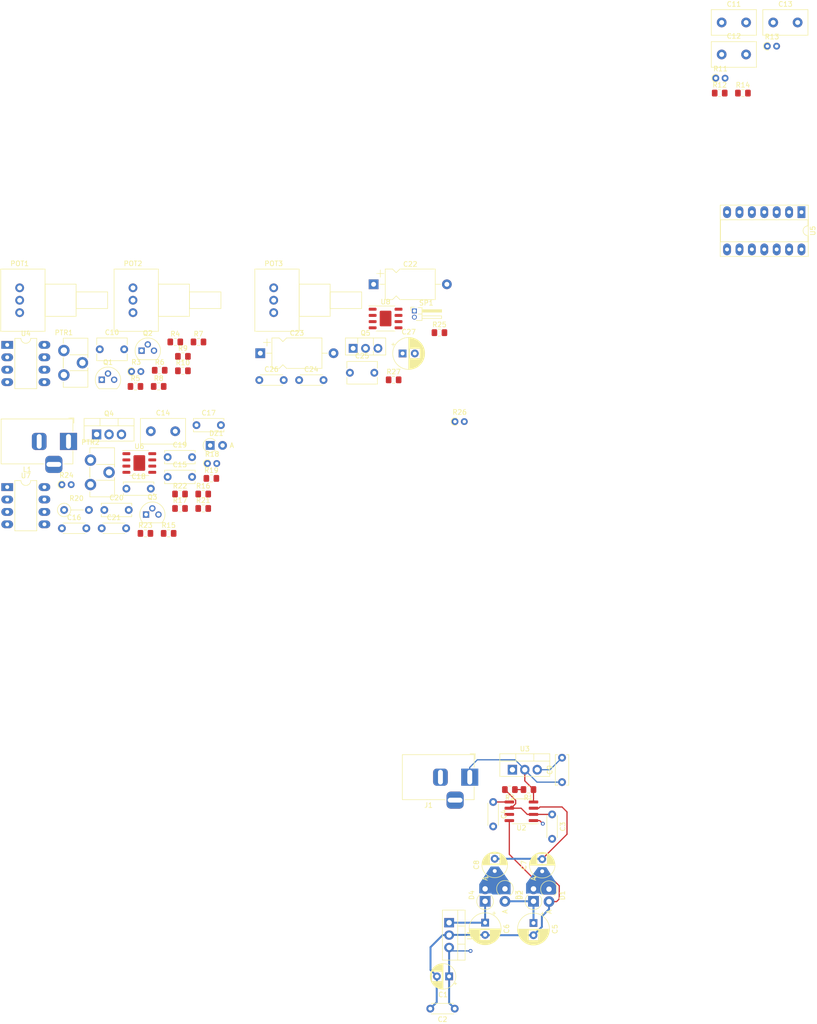
<source format=kicad_pcb>
(kicad_pcb (version 20171130) (host pcbnew 5.1.4-e60b266~84~ubuntu18.04.1)
  (layers (0 F.Cu jumper) (31 B.Cu signal) (34 B.Paste user hide) (35 F.Paste user hide) (36 B.SilkS user) (37 F.SilkS user) (38 B.Mask user hide) (39 F.Mask user hide) (44 Edge.Cuts user hide))
  (net 0 "")
  (net 1 /555+357/12V)
  (net 2 /555+357/+5V)
  (net 3 "Net-(C4-Pad1)")
  (net 4 GND)
  (net 5 "Net-(C5-Pad1)")
  (net 6 "Net-(C6-Pad1)")
  (net 7 "Net-(C7-Pad1)")
  (net 8 "Net-(C7-Pad2)")
  (net 9 "Net-(C8-Pad1)")
  (net 10 /555+357/-5V)
  (net 11 "Net-(C10-Pad1)")
  (net 12 "Net-(C10-Pad2)")
  (net 13 "Net-(C11-Pad1)")
  (net 14 "Net-(C11-Pad2)")
  (net 15 "Net-(C12-Pad1)")
  (net 16 /4011/S_4011)
  (net 17 "Net-(C13-Pad1)")
  (net 18 /4011/S_4011-555)
  (net 19 "Net-(C14-Pad2)")
  (net 20 "Net-(C15-Pad1)")
  (net 21 "Net-(C16-Pad1)")
  (net 22 "Net-(C17-Pad2)")
  (net 23 "Net-(C17-Pad1)")
  (net 24 "Net-(C19-Pad1)")
  (net 25 "Net-(C19-Pad2)")
  (net 26 "Net-(C20-Pad1)")
  (net 27 "Net-(C20-Pad2)")
  (net 28 "Net-(C21-Pad1)")
  (net 29 /555+357/S_245-L_555)
  (net 30 "Net-(C22-Pad2)")
  (net 31 "Net-(C25-Pad2)")
  (net 32 "Net-(C25-Pad1)")
  (net 33 "Net-(C26-Pad1)")
  (net 34 "Net-(L1-Pad2)")
  (net 35 "Net-(POT1-Pad1)")
  (net 36 "Net-(POT1-Pad2)")
  (net 37 "Net-(POT1-Pad3)")
  (net 38 "Net-(POT2-Pad1)")
  (net 39 "Net-(POT3-Pad3)")
  (net 40 "Net-(POT3-Pad2)")
  (net 41 "Net-(PTR2-Pad3)")
  (net 42 "Net-(R1-Pad2)")
  (net 43 "Net-(C3-Pad1)")
  (net 44 "Net-(R4-Pad1)")
  (net 45 "Net-(Q1-Pad1)")
  (net 46 "Net-(Q1-Pad3)")
  (net 47 "Net-(Q2-Pad3)")
  (net 48 "Net-(Q2-Pad1)")
  (net 49 "Net-(R11-Pad2)")
  (net 50 "Net-(R12-Pad2)")
  (net 51 "Net-(Q3-Pad1)")
  (net 52 "Net-(R17-Pad2)")
  (net 53 "Net-(R18-Pad2)")
  (net 54 "Net-(Q4-Pad1)")
  (net 55 "Net-(Q5-Pad3)")
  (net 56 /555+Audio/S_audio)
  (net 57 "Net-(Q5-Pad1)")
  (net 58 "Net-(U4-Pad8)")
  (net 59 "Net-(U4-Pad5)")
  (net 60 "Net-(U4-Pad1)")
  (net 61 VSS)
  (net 62 VDD)
  (module Package_SO:SOIC-8_3.9x4.9mm_P1.27mm (layer F.Cu) (at 118.175 57.785 180)
    (fp_text reference U2 (at 0 -3.4) (layer F.SilkS))
    (fp_text value NE555)
    (pad 1 smd roundrect (at -2.475 -1.905 180) (size 1.95 0.6) (layers F.Cu F.Paste F.Mask) (net 4 GND))
    (pad 2 smd roundrect (at -2.475 -0.635 180) (size 1.95 0.6) (layers F.Cu F.Paste F.Mask) (net 43 "Net-(C3-Pad1)"))
    (pad 3 smd roundrect (at -2.475 0.635 180) (size 1.95 0.6) (layers F.Cu F.Paste F.Mask) (net 8 "Net-(C7-Pad2)"))
    (pad 4 smd roundrect (at -2.475 1.905 180) (size 1.95 0.6) (layers F.Cu F.Paste F.Mask) (net 1 /555+357/12V))
    (pad 5 smd roundrect (at 2.475 1.905 180) (size 1.95 0.6) (layers F.Cu F.Paste F.Mask) (net 3 "Net-(C4-Pad1)"))
    (pad 6 smd roundrect (at 2.475 0.635 180) (size 1.95 0.6) (layers F.Cu F.Paste F.Mask) (net 43 "Net-(C3-Pad1)"))
    (pad 7 smd roundrect (at 2.475 -0.635 180) (size 1.95 0.6) (layers F.Cu F.Paste F.Mask) (net 42 "Net-(R1-Pad2)"))
    (pad 8 smd roundrect (at 2.475 -1.905 180) (size 1.95 0.6) (layers F.Cu F.Paste F.Mask) (net 1 /555+357/12V))
  )
  (module Capacitor_THT:CP_Radial_D5.0mm_P2.50mm (layer F.Cu) (at 103.378 91.567 180)
    (fp_text reference C1 (at 1.25 -3.75) (layer F.SilkS))
    (fp_text value 22uF/16V)
    (pad 2 thru_hole circle (at 2.5 0 180) (size 1.6 1.6) (drill 0.8) (layers *.Cu *.Mask) (net 1 /555+357/12V))
    (pad 1 thru_hole rect (at 0 0 180) (size 1.6 1.6) (drill 0.8) (layers *.Cu *.Mask) (net 2 /555+357/+5V))
  )
  (module Capacitor_THT:C_Disc_D4.3mm_W1.9mm_P5.00mm (layer F.Cu) (at 104.521 98.171 180)
    (fp_text reference C2 (at 2.5 -2.2) (layer F.SilkS))
    (fp_text value 100nF)
    (pad 1 thru_hole circle (at 0 0 180) (size 1.6 1.6) (drill 0.8) (layers *.Cu *.Mask) (net 2 /555+357/+5V))
    (pad 2 thru_hole circle (at 5 0 180) (size 1.6 1.6) (drill 0.8) (layers *.Cu *.Mask) (net 1 /555+357/12V))
  )
  (module Capacitor_THT:C_Disc_D4.3mm_W1.9mm_P5.00mm (layer F.Cu) (at 124.46 58.42 270)
    (fp_text reference C3 (at 2.5 -2.2 90) (layer F.SilkS))
    (fp_text value 10nF)
    (pad 1 thru_hole circle (at 0 0 270) (size 1.6 1.6) (drill 0.8) (layers *.Cu *.Mask) (net 43 "Net-(C3-Pad1)"))
    (pad 2 thru_hole circle (at 5 0 270) (size 1.6 1.6) (drill 0.8) (layers *.Cu *.Mask) (net 4 GND))
  )
  (module Capacitor_THT:C_Disc_D4.3mm_W1.9mm_P5.00mm (layer F.Cu) (at 112.395 55.88 270)
    (fp_text reference C4 (at 2.5 -2.2 90) (layer F.SilkS))
    (fp_text value 100nF)
    (pad 1 thru_hole circle (at 0 0 270) (size 1.6 1.6) (drill 0.8) (layers *.Cu *.Mask) (net 3 "Net-(C4-Pad1)"))
    (pad 2 thru_hole circle (at 5 0 270) (size 1.6 1.6) (drill 0.8) (layers *.Cu *.Mask) (net 4 GND))
  )
  (module Capacitor_THT:CP_Radial_D6.3mm_P2.50mm (layer F.Cu) (at 120.65 80.645 270)
    (fp_text reference C5 (at 1.25 -4.4 90) (layer F.SilkS))
    (fp_text value 100uF/25V)
    (pad 1 thru_hole rect (at 0 0 270) (size 1.6 1.6) (drill 0.8) (layers *.Cu *.Mask) (net 5 "Net-(C5-Pad1)"))
    (pad 2 thru_hole circle (at 2.5 0 270) (size 1.6 1.6) (drill 0.8) (layers *.Cu *.Mask) (net 1 /555+357/12V))
  )
  (module Capacitor_THT:CP_Radial_D6.3mm_P2.50mm (layer F.Cu) (at 110.744 80.5815 270)
    (fp_text reference C6 (at 1.25 -4.4 90) (layer F.SilkS))
    (fp_text value 100uF/25V)
    (pad 2 thru_hole circle (at 2.5 0 270) (size 1.6 1.6) (drill 0.8) (layers *.Cu *.Mask) (net 1 /555+357/12V))
    (pad 1 thru_hole rect (at 0 0 270) (size 1.6 1.6) (drill 0.8) (layers *.Cu *.Mask) (net 6 "Net-(C6-Pad1)"))
  )
  (module Capacitor_THT:CP_Radial_D5.0mm_P2.50mm (layer F.Cu) (at 122.428 70.064 90)
    (fp_text reference C7 (at 1.25 -3.75 90) (layer F.SilkS))
    (fp_text value 22uF/16V)
    (pad 1 thru_hole rect (at 0 0 90) (size 1.6 1.6) (drill 0.8) (layers *.Cu *.Mask) (net 7 "Net-(C7-Pad1)"))
    (pad 2 thru_hole circle (at 2.5 0 90) (size 1.6 1.6) (drill 0.8) (layers *.Cu *.Mask) (net 8 "Net-(C7-Pad2)"))
  )
  (module Capacitor_THT:CP_Radial_D5.0mm_P2.50mm (layer F.Cu) (at 112.7125 70.0005 90)
    (fp_text reference C8 (at 1.25 -3.75 90) (layer F.SilkS))
    (fp_text value 22uF/16V)
    (pad 1 thru_hole rect (at 0 0 90) (size 1.6 1.6) (drill 0.8) (layers *.Cu *.Mask) (net 9 "Net-(C8-Pad1)"))
    (pad 2 thru_hole circle (at 2.5 0 90) (size 1.6 1.6) (drill 0.8) (layers *.Cu *.Mask) (net 8 "Net-(C7-Pad2)"))
  )
  (module Capacitor_THT:C_Disc_D6.0mm_W2.5mm_P5.00mm (layer F.Cu) (at 126.492 51.816 90)
    (fp_text reference C9 (at 2.5 -2.5 90) (layer F.SilkS))
    (fp_text value 22uF)
    (pad 2 thru_hole circle (at 5 0 90) (size 1.6 1.6) (drill 0.8) (layers *.Cu *.Mask) (net 10 /555+357/-5V))
    (pad 1 thru_hole circle (at 0 0 90) (size 1.6 1.6) (drill 0.8) (layers *.Cu *.Mask) (net 1 /555+357/12V))
  )
  (module Capacitor_THT:C_Disc_D6.0mm_W4.4mm_P5.00mm (layer F.Cu) (at 31.855001 -36.764999)
    (fp_text reference C10 (at 2.5 -3.45) (layer F.SilkS))
    (fp_text value 220nF)
    (pad 1 thru_hole circle (at 0 0) (size 1.6 1.6) (drill 0.8) (layers *.Cu *.Mask) (net 11 "Net-(C10-Pad1)"))
    (pad 2 thru_hole circle (at 5 0) (size 1.6 1.6) (drill 0.8) (layers *.Cu *.Mask) (net 12 "Net-(C10-Pad2)"))
  )
  (module Capacitor_THT:C_Disc_D9.0mm_W5.0mm_P5.00mm (layer F.Cu) (at 159.172501 -103.650999)
    (fp_text reference C11 (at 2.5 -3.75) (layer F.SilkS))
    (fp_text value 1nF)
    (pad 1 thru_hole circle (at 0 0) (size 2 2) (drill 1) (layers *.Cu *.Mask) (net 13 "Net-(C11-Pad1)"))
    (pad 2 thru_hole circle (at 5 0) (size 2 2) (drill 1) (layers *.Cu *.Mask) (net 14 "Net-(C11-Pad2)"))
  )
  (module Capacitor_THT:C_Disc_D9.0mm_W5.0mm_P5.00mm (layer F.Cu) (at 159.172501 -97.100999)
    (fp_text reference C12 (at 2.5 -3.75) (layer F.SilkS))
    (fp_text value 1nF)
    (pad 2 thru_hole circle (at 5 0) (size 2 2) (drill 1) (layers *.Cu *.Mask) (net 14 "Net-(C11-Pad2)"))
    (pad 1 thru_hole circle (at 0 0) (size 2 2) (drill 1) (layers *.Cu *.Mask) (net 15 "Net-(C12-Pad1)"))
  )
  (module Capacitor_THT:C_Disc_D9.0mm_W5.0mm_P5.00mm (layer F.Cu) (at 169.722501 -103.650999)
    (fp_text reference C13 (at 2.5 -3.75) (layer F.SilkS))
    (fp_text value 1nF)
    (pad 2 thru_hole circle (at 5 0) (size 2 2) (drill 1) (layers *.Cu *.Mask) (net 16 /4011/S_4011))
    (pad 1 thru_hole circle (at 0 0) (size 2 2) (drill 1) (layers *.Cu *.Mask) (net 17 "Net-(C13-Pad1)"))
  )
  (module Capacitor_THT:C_Disc_D9.0mm_W5.0mm_P5.00mm (layer F.Cu) (at 42.305001 -19.994999)
    (fp_text reference C14 (at 2.5 -3.75) (layer F.SilkS))
    (fp_text value 1nF)
    (pad 1 thru_hole circle (at 0 0) (size 2 2) (drill 1) (layers *.Cu *.Mask) (net 18 /4011/S_4011-555))
    (pad 2 thru_hole circle (at 5 0) (size 2 2) (drill 1) (layers *.Cu *.Mask) (net 19 "Net-(C14-Pad2)"))
  )
  (module Capacitor_THT:C_Disc_D6.0mm_W2.5mm_P5.00mm (layer F.Cu) (at 45.755001 -10.644999)
    (fp_text reference C15 (at 2.5 -2.5) (layer F.SilkS))
    (fp_text value 200nF)
    (pad 2 thru_hole circle (at 5 0) (size 1.6 1.6) (drill 0.8) (layers *.Cu *.Mask) (net 4 GND))
    (pad 1 thru_hole circle (at 0 0) (size 1.6 1.6) (drill 0.8) (layers *.Cu *.Mask) (net 20 "Net-(C15-Pad1)"))
  )
  (module Capacitor_THT:C_Disc_D4.3mm_W1.9mm_P5.00mm (layer F.Cu) (at 24.105001 -0.134999)
    (fp_text reference C16 (at 2.5 -2.2) (layer F.SilkS))
    (fp_text value 100nF)
    (pad 1 thru_hole circle (at 0 0) (size 1.6 1.6) (drill 0.8) (layers *.Cu *.Mask) (net 21 "Net-(C16-Pad1)"))
    (pad 2 thru_hole circle (at 5 0) (size 1.6 1.6) (drill 0.8) (layers *.Cu *.Mask) (net 4 GND))
  )
  (module Capacitor_THT:C_Disc_D6.0mm_W2.5mm_P5.00mm (layer F.Cu) (at 51.655001 -21.244999)
    (fp_text reference C17 (at 2.5 -2.5) (layer F.SilkS))
    (fp_text value 10pF)
    (pad 2 thru_hole circle (at 5 0) (size 1.6 1.6) (drill 0.8) (layers *.Cu *.Mask) (net 22 "Net-(C17-Pad2)"))
    (pad 1 thru_hole circle (at 0 0) (size 1.6 1.6) (drill 0.8) (layers *.Cu *.Mask) (net 23 "Net-(C17-Pad1)"))
  )
  (module Capacitor_THT:C_Disc_D6.0mm_W2.5mm_P5.00mm (layer F.Cu) (at 37.305001 -8.244999)
    (fp_text reference C18 (at 2.5 -2.5) (layer F.SilkS))
    (fp_text value 47nF)
    (pad 1 thru_hole circle (at 0 0) (size 1.6 1.6) (drill 0.8) (layers *.Cu *.Mask) (net 1 /555+357/12V))
    (pad 2 thru_hole circle (at 5 0) (size 1.6 1.6) (drill 0.8) (layers *.Cu *.Mask) (net 4 GND))
  )
  (module Capacitor_THT:C_Disc_D6.0mm_W2.5mm_P5.00mm (layer F.Cu) (at 45.755001 -14.694999)
    (fp_text reference C19 (at 2.5 -2.5) (layer F.SilkS))
    (fp_text value 3,3pF)
    (pad 1 thru_hole circle (at 0 0) (size 1.6 1.6) (drill 0.8) (layers *.Cu *.Mask) (net 24 "Net-(C19-Pad1)"))
    (pad 2 thru_hole circle (at 5 0) (size 1.6 1.6) (drill 0.8) (layers *.Cu *.Mask) (net 25 "Net-(C19-Pad2)"))
  )
  (module Capacitor_THT:C_Disc_D6.0mm_W2.5mm_P5.00mm (layer F.Cu) (at 32.785001 -3.884999)
    (fp_text reference C20 (at 2.5 -2.5) (layer F.SilkS))
    (fp_text value 10uF/16V)
    (pad 1 thru_hole circle (at 0 0) (size 1.6 1.6) (drill 0.8) (layers *.Cu *.Mask) (net 26 "Net-(C20-Pad1)"))
    (pad 2 thru_hole circle (at 5 0) (size 1.6 1.6) (drill 0.8) (layers *.Cu *.Mask) (net 27 "Net-(C20-Pad2)"))
  )
  (module Capacitor_THT:C_Disc_D4.3mm_W1.9mm_P5.00mm (layer F.Cu) (at 32.255001 -0.134999)
    (fp_text reference C21 (at 2.5 -2.2) (layer F.SilkS))
    (fp_text value 100nF)
    (pad 2 thru_hole circle (at 5 0) (size 1.6 1.6) (drill 0.8) (layers *.Cu *.Mask) (net 29 /555+357/S_245-L_555))
    (pad 1 thru_hole circle (at 0 0) (size 1.6 1.6) (drill 0.8) (layers *.Cu *.Mask) (net 28 "Net-(C21-Pad1)"))
  )
  (module Capacitor_THT:CP_Axial_L10.0mm_D6.0mm_P15.00mm_Horizontal (layer F.Cu) (at 87.915001 -50.064999)
    (fp_text reference C22 (at 7.5 -4.12) (layer F.SilkS))
    (fp_text value 1000uF/16V)
    (pad 1 thru_hole rect (at 0 0) (size 2 2) (drill 1) (layers *.Cu *.Mask) (net 1 /555+357/12V))
    (pad 2 thru_hole oval (at 15 0) (size 2 2) (drill 1) (layers *.Cu *.Mask) (net 30 "Net-(C22-Pad2)"))
  )
  (module Capacitor_THT:CP_Axial_L10.0mm_D6.0mm_P15.00mm_Horizontal (layer F.Cu) (at 64.715001 -35.964999)
    (fp_text reference C23 (at 7.5 -4.12) (layer F.SilkS))
    (fp_text value 1000uF/16V)
    (pad 2 thru_hole oval (at 15 0) (size 2 2) (drill 1) (layers *.Cu *.Mask) (net 30 "Net-(C22-Pad2)"))
    (pad 1 thru_hole rect (at 0 0) (size 2 2) (drill 1) (layers *.Cu *.Mask) (net 1 /555+357/12V))
  )
  (module Capacitor_THT:C_Disc_D4.3mm_W1.9mm_P5.00mm (layer F.Cu) (at 72.665001 -30.464999)
    (fp_text reference C24 (at 2.5 -2.2) (layer F.SilkS))
    (fp_text value 100nF)
    (pad 2 thru_hole circle (at 5 0) (size 1.6 1.6) (drill 0.8) (layers *.Cu *.Mask) (net 30 "Net-(C22-Pad2)"))
    (pad 1 thru_hole circle (at 0 0) (size 1.6 1.6) (drill 0.8) (layers *.Cu *.Mask) (net 1 /555+357/12V))
  )
  (module Capacitor_THT:C_Disc_D6.0mm_W4.4mm_P5.00mm (layer F.Cu) (at 83.065001 -31.964999)
    (fp_text reference C25 (at 2.5 -3.45) (layer F.SilkS))
    (fp_text value 220nF)
    (pad 2 thru_hole circle (at 5 0) (size 1.6 1.6) (drill 0.8) (layers *.Cu *.Mask) (net 31 "Net-(C25-Pad2)"))
    (pad 1 thru_hole circle (at 0 0) (size 1.6 1.6) (drill 0.8) (layers *.Cu *.Mask) (net 32 "Net-(C25-Pad1)"))
  )
  (module Capacitor_THT:C_Disc_D4.3mm_W1.9mm_P5.00mm (layer F.Cu) (at 64.515001 -30.464999)
    (fp_text reference C26 (at 2.5 -2.2) (layer F.SilkS))
    (fp_text value 100nF)
    (pad 2 thru_hole circle (at 5 0) (size 1.6 1.6) (drill 0.8) (layers *.Cu *.Mask) (net 31 "Net-(C25-Pad2)"))
    (pad 1 thru_hole circle (at 0 0) (size 1.6 1.6) (drill 0.8) (layers *.Cu *.Mask) (net 33 "Net-(C26-Pad1)"))
  )
  (module Capacitor_THT:CP_Radial_D6.3mm_P2.50mm (layer F.Cu) (at 93.850242 -35.914999)
    (fp_text reference C27 (at 1.25 -4.4) (layer F.SilkS))
    (fp_text value 100uF/25V)
    (pad 1 thru_hole rect (at 0 0) (size 1.6 1.6) (drill 0.8) (layers *.Cu *.Mask) (net 1 /555+357/12V))
    (pad 2 thru_hole circle (at 2.5 0) (size 1.6 1.6) (drill 0.8) (layers *.Cu *.Mask) (net 31 "Net-(C25-Pad2)"))
  )
  (module Diode_THT:D_DO-41_SOD81_P2.54mm_Vertical_AnodeUp (layer F.Cu) (at 123.825 73.7235 270)
    (fp_text reference D1 (at 1.27 -2.750635 90) (layer F.SilkS))
    (fp_text value 1N4004)
    (fp_text user A (at 4.64 0 90) (layer F.SilkS))
    (pad 1 thru_hole rect (at 0 0 270) (size 2.2 2.2) (drill 1.1) (layers *.Cu *.Mask) (net 7 "Net-(C7-Pad1)"))
    (pad 2 thru_hole oval (at 2.54 0 270) (size 2.2 2.2) (drill 1.1) (layers *.Cu *.Mask) (net 1 /555+357/12V))
  )
  (module Diode_THT:D_DO-41_SOD81_P2.54mm_Vertical_AnodeUp (layer F.Cu) (at 120.65 76.2 90)
    (fp_text reference D2 (at 1.27 -2.750635 90) (layer F.SilkS))
    (fp_text value 1N4004)
    (fp_text user A (at 4.64 0 90) (layer F.SilkS))
    (pad 1 thru_hole rect (at 0 0 90) (size 2.2 2.2) (drill 1.1) (layers *.Cu *.Mask) (net 5 "Net-(C5-Pad1)"))
    (pad 2 thru_hole oval (at 2.54 0 90) (size 2.2 2.2) (drill 1.1) (layers *.Cu *.Mask) (net 7 "Net-(C7-Pad1)"))
  )
  (module Diode_THT:D_DO-41_SOD81_P2.54mm_Vertical_AnodeUp (layer F.Cu) (at 114.808 73.66 270)
    (fp_text reference D3 (at 1.27 -2.750635 90) (layer F.SilkS))
    (fp_text value 1N4004)
    (fp_text user A (at 4.64 0 90) (layer F.SilkS))
    (pad 2 thru_hole oval (at 2.54 0 270) (size 2.2 2.2) (drill 1.1) (layers *.Cu *.Mask) (net 5 "Net-(C5-Pad1)"))
    (pad 1 thru_hole rect (at 0 0 270) (size 2.2 2.2) (drill 1.1) (layers *.Cu *.Mask) (net 9 "Net-(C8-Pad1)"))
  )
  (module Diode_THT:D_DO-41_SOD81_P2.54mm_Vertical_AnodeUp (layer F.Cu) (at 110.744 76.2 90)
    (fp_text reference D4 (at 1.27 -2.750635 90) (layer F.SilkS))
    (fp_text value 1N4004)
    (fp_text user A (at 4.64 0 90) (layer F.SilkS))
    (pad 2 thru_hole oval (at 2.54 0 90) (size 2.2 2.2) (drill 1.1) (layers *.Cu *.Mask) (net 9 "Net-(C8-Pad1)"))
    (pad 1 thru_hole rect (at 0 0 90) (size 2.2 2.2) (drill 1.1) (layers *.Cu *.Mask) (net 6 "Net-(C6-Pad1)"))
  )
  (module Diode_THT:D_A-405_P2.54mm_Vertical_AnodeUp (layer F.Cu) (at 54.455001 -17.094999)
    (fp_text reference DZ1 (at 1.27 -2.47) (layer F.SilkS))
    (fp_text value 3,3v)
    (fp_text user A (at 4.44 0) (layer F.SilkS))
    (pad 1 thru_hole rect (at 0 0) (size 1.8 1.8) (drill 0.9) (layers *.Cu *.Mask) (net 26 "Net-(C20-Pad1)"))
    (pad 2 thru_hole oval (at 2.54 0) (size 1.8 1.8) (drill 0.9) (layers *.Cu *.Mask) (net 1 /555+357/12V))
  )
  (module Connector_BarrelJack:BarrelJack_Horizontal (layer F.Cu) (at 107.6 50.8)
    (fp_text reference J1 (at -8.45 5.75) (layer F.SilkS))
    (fp_text value BARREL_JACK)
    (pad 1 thru_hole rect (at 0 0) (size 3.5 3.5) (drill oval 1 3) (layers *.Cu *.Mask) (net 1 /555+357/12V))
    (pad 2 thru_hole roundrect (at -6 0) (size 3 3.5) (drill oval 1 3) (layers *.Cu *.Mask) (net 4 GND))
    (pad 3 thru_hole roundrect (at -3 4.7) (size 3.5 3.5) (drill oval 3 1) (layers *.Cu *.Mask) (net 4 GND))
  )
  (module Connector_BarrelJack:BarrelJack_Horizontal (layer F.Cu) (at 25.455001 -17.909999)
    (fp_text reference L1 (at -8.45 5.75) (layer F.SilkS))
    (fp_text value Bobina)
    (pad 3 thru_hole roundrect (at -3 4.7) (size 3.5 3.5) (drill oval 3 1) (layers *.Cu *.Mask))
    (pad 2 thru_hole roundrect (at -6 0) (size 3 3.5) (drill oval 1 3) (layers *.Cu *.Mask) (net 34 "Net-(L1-Pad2)"))
    (pad 1 thru_hole rect (at 0 0) (size 3.5 3.5) (drill oval 1 3) (layers *.Cu *.Mask) (net 1 /555+357/12V))
  )
  (module Potentiometer_THT:Potentiometer_Vishay_148-149_Single_Horizontal (layer F.Cu) (at 15.455001 -44.264999)
    (fp_text reference POT1 (at 0 -10.04) (layer F.SilkS))
    (fp_text value 10k)
    (pad 3 thru_hole circle (at 0 -5.08) (size 1.8 1.8) (drill 1) (layers *.Cu *.Mask) (net 37 "Net-(POT1-Pad3)"))
    (pad 2 thru_hole circle (at 0 -2.54) (size 1.8 1.8) (drill 1) (layers *.Cu *.Mask) (net 36 "Net-(POT1-Pad2)"))
    (pad 1 thru_hole circle (at 0 0) (size 1.8 1.8) (drill 1) (layers *.Cu *.Mask) (net 35 "Net-(POT1-Pad1)"))
  )
  (module Potentiometer_THT:Potentiometer_Vishay_148-149_Single_Horizontal (layer F.Cu) (at 38.655001 -44.264999)
    (fp_text reference POT2 (at 0 -10.04) (layer F.SilkS))
    (fp_text value 2,2k)
    (pad 3 thru_hole circle (at 0 -5.08) (size 1.8 1.8) (drill 1) (layers *.Cu *.Mask) (net 35 "Net-(POT1-Pad1)"))
    (pad 2 thru_hole circle (at 0 -2.54) (size 1.8 1.8) (drill 1) (layers *.Cu *.Mask) (net 35 "Net-(POT1-Pad1)"))
    (pad 1 thru_hole circle (at 0 0) (size 1.8 1.8) (drill 1) (layers *.Cu *.Mask) (net 38 "Net-(POT2-Pad1)"))
  )
  (module Potentiometer_THT:Potentiometer_Vishay_148-149_Single_Horizontal (layer F.Cu) (at 67.465001 -44.264999)
    (fp_text reference POT3 (at 0 -10.04) (layer F.SilkS))
    (fp_text value 10k)
    (pad 1 thru_hole circle (at 0 0) (size 1.8 1.8) (drill 1) (layers *.Cu *.Mask) (net 1 /555+357/12V))
    (pad 2 thru_hole circle (at 0 -2.54) (size 1.8 1.8) (drill 1) (layers *.Cu *.Mask) (net 40 "Net-(POT3-Pad2)"))
    (pad 3 thru_hole circle (at 0 -5.08) (size 1.8 1.8) (drill 1) (layers *.Cu *.Mask) (net 39 "Net-(POT3-Pad3)"))
  )
  (module Potentiometer_THT:Potentiometer_ACP_CA9-H3,8_Horizontal (layer F.Cu) (at 24.505001 -36.514999)
    (fp_text reference PTR1 (at 0 -3.65) (layer F.SilkS))
    (fp_text value 220k)
    (pad 3 thru_hole circle (at 0 5) (size 2.34 2.34) (drill 1.3) (layers *.Cu *.Mask) (net 38 "Net-(POT2-Pad1)"))
    (pad 2 thru_hole circle (at 3.8 2.5) (size 2.34 2.34) (drill 1.3) (layers *.Cu *.Mask) (net 2 /555+357/+5V))
    (pad 1 thru_hole circle (at 0 0) (size 2.34 2.34) (drill 1.3) (layers *.Cu *.Mask) (net 2 /555+357/+5V))
  )
  (module Potentiometer_THT:Potentiometer_ACP_CA9-H3,8_Horizontal (layer F.Cu) (at 29.955001 -14.084999)
    (fp_text reference PTR2 (at 0 -3.65) (layer F.SilkS))
    (fp_text value 100k)
    (pad 1 thru_hole circle (at 0 0) (size 2.34 2.34) (drill 1.3) (layers *.Cu *.Mask) (net 1 /555+357/12V))
    (pad 2 thru_hole circle (at 3.8 2.5) (size 2.34 2.34) (drill 1.3) (layers *.Cu *.Mask) (net 1 /555+357/12V))
    (pad 3 thru_hole circle (at 0 5) (size 2.34 2.34) (drill 1.3) (layers *.Cu *.Mask) (net 41 "Net-(PTR2-Pad3)"))
  )
  (module Package_TO_SOT_THT:TO-92 (layer F.Cu) (at 32.265001 -30.534999)
    (fp_text reference Q1 (at 1.27 -3.56) (layer F.SilkS))
    (fp_text value "BC807-40 ou BC327")
    (pad 2 thru_hole circle (at 1.27 -1.27 90) (size 1.3 1.3) (drill 0.75) (layers *.Cu *.Mask) (net 56 /555+Audio/S_audio))
    (pad 3 thru_hole circle (at 2.54 0 90) (size 1.3 1.3) (drill 0.75) (layers *.Cu *.Mask) (net 46 "Net-(Q1-Pad3)"))
    (pad 1 thru_hole rect (at 0 0 90) (size 1.3 1.3) (drill 0.75) (layers *.Cu *.Mask) (net 45 "Net-(Q1-Pad1)"))
  )
  (module Package_TO_SOT_THT:TO-92 (layer F.Cu) (at 40.415001 -36.484999)
    (fp_text reference Q2 (at 1.27 -3.56) (layer F.SilkS))
    (fp_text value BF245A)
    (pad 1 thru_hole rect (at 0 0 90) (size 1.3 1.3) (drill 0.75) (layers *.Cu *.Mask) (net 48 "Net-(Q2-Pad1)"))
    (pad 3 thru_hole circle (at 2.54 0 90) (size 1.3 1.3) (drill 0.75) (layers *.Cu *.Mask) (net 47 "Net-(Q2-Pad3)"))
    (pad 2 thru_hole circle (at 1.27 -1.27 90) (size 1.3 1.3) (drill 0.75) (layers *.Cu *.Mask) (net 29 /555+357/S_245-L_555))
  )
  (module Package_TO_SOT_THT:TO-92L (layer F.Cu) (at 41.335001 -2.944999)
    (fp_text reference Q3 (at 1.29 -3.56) (layer F.SilkS))
    (fp_text value "BC807-40 ou BC327")
    (pad 2 thru_hole circle (at 1.28 -1.27 90) (size 1.3 1.3) (drill 0.75) (layers *.Cu *.Mask) (net 1 /555+357/12V))
    (pad 3 thru_hole circle (at 2.54 0 90) (size 1.3 1.3) (drill 0.75) (layers *.Cu *.Mask) (net 19 "Net-(C14-Pad2)"))
    (pad 1 thru_hole rect (at 0 0 90) (size 1.3 1.3) (drill 0.75) (layers *.Cu *.Mask) (net 51 "Net-(Q3-Pad1)"))
  )
  (module Package_TO_SOT_THT:TO-220-3_Vertical (layer F.Cu) (at 31.215001 -19.344999)
    (fp_text reference Q4 (at 2.54 -4.27) (layer F.SilkS))
    (fp_text value BD911)
    (pad 1 thru_hole rect (at 0 0) (size 1.905 2) (drill 1.1) (layers *.Cu *.Mask) (net 54 "Net-(Q4-Pad1)"))
    (pad 2 thru_hole oval (at 2.54 0) (size 1.905 2) (drill 1.1) (layers *.Cu *.Mask) (net 34 "Net-(L1-Pad2)"))
    (pad 3 thru_hole oval (at 5.08 0) (size 1.905 2) (drill 1.1) (layers *.Cu *.Mask) (net 4 GND))
  )
  (module Package_TO_SOT_THT:TO-126-3_Vertical (layer F.Cu) (at 83.725001 -36.964999)
    (fp_text reference Q5 (at 2.54 -3.12) (layer F.SilkS))
    (fp_text value BD140)
    (pad 1 thru_hole rect (at 0 0) (size 1.8 1.8) (drill 1) (layers *.Cu *.Mask) (net 57 "Net-(Q5-Pad1)"))
    (pad 2 thru_hole oval (at 2.54 0) (size 1.8 1.8) (drill 1) (layers *.Cu *.Mask) (net 4 GND))
    (pad 3 thru_hole oval (at 5.08 0) (size 1.8 1.8) (drill 1) (layers *.Cu *.Mask) (net 55 "Net-(Q5-Pad3)"))
  )
  (module Resistor_SMD:R_0805_2012Metric_Pad1.15x1.40mm_HandSolder (layer F.Cu) (at 119.625 53.34 180)
    (fp_text reference R1 (at 0 -1.65) (layer F.SilkS))
    (fp_text value 3,3k)
    (pad 1 smd roundrect (at -1.025 0 180) (size 1.15 1.4) (layers F.Cu F.Paste F.Mask) (roundrect_rratio 0.217391) (net 1 /555+357/12V))
    (pad 2 smd roundrect (at 1.025 0 180) (size 1.15 1.4) (layers F.Cu F.Paste F.Mask) (roundrect_rratio 0.217391) (net 42 "Net-(R1-Pad2)"))
  )
  (module Resistor_SMD:R_0805_2012Metric_Pad1.15x1.40mm_HandSolder (layer F.Cu) (at 115.815 53.34 180)
    (fp_text reference R2 (at 0 -1.65) (layer F.SilkS))
    (fp_text value 18k)
    (pad 2 smd roundrect (at 1.025 0 180) (size 1.15 1.4) (layers F.Cu F.Paste F.Mask) (roundrect_rratio 0.217391) (net 43 "Net-(C3-Pad1)"))
    (pad 1 smd roundrect (at -1.025 0 180) (size 1.15 1.4) (layers F.Cu F.Paste F.Mask) (roundrect_rratio 0.217391) (net 42 "Net-(R1-Pad2)"))
  )
  (module Resistor_THT:R_Axial_DIN0204_L3.6mm_D1.6mm_P1.90mm_Vertical (layer F.Cu) (at 38.365001 -32.214999)
    (fp_text reference R3 (at 0.95 -1.92) (layer F.SilkS))
    (fp_text value 36k)
    (pad 1 thru_hole circle (at 0 0) (size 1.4 1.4) (drill 0.7) (layers *.Cu *.Mask) (net 37 "Net-(POT1-Pad3)"))
    (pad 2 thru_hole oval (at 1.9 0) (size 1.4 1.4) (drill 0.7) (layers *.Cu *.Mask) (net 10 /555+357/-5V))
  )
  (module Resistor_SMD:R_0805_2012Metric_Pad1.15x1.40mm_HandSolder (layer F.Cu) (at 47.315001 -38.264999)
    (fp_text reference R4 (at 0 -1.65) (layer F.SilkS))
    (fp_text value 5,6k)
    (pad 1 smd roundrect (at -1.025 0) (size 1.15 1.4) (layers F.Cu F.Paste F.Mask) (roundrect_rratio 0.217391) (net 44 "Net-(R4-Pad1)"))
    (pad 2 smd roundrect (at 1.025 0) (size 1.15 1.4) (layers F.Cu F.Paste F.Mask) (roundrect_rratio 0.217391) (net 36 "Net-(POT1-Pad2)"))
  )
  (module Resistor_SMD:R_0805_2012Metric_Pad1.15x1.40mm_HandSolder (layer F.Cu) (at 39.165001 -29.164999)
    (fp_text reference R5 (at 0 -1.65) (layer F.SilkS))
    (fp_text value 5,6k)
    (pad 1 smd roundrect (at -1.025 0) (size 1.15 1.4) (layers F.Cu F.Paste F.Mask) (roundrect_rratio 0.217391) (net 45 "Net-(Q1-Pad1)"))
    (pad 2 smd roundrect (at 1.025 0) (size 1.15 1.4) (layers F.Cu F.Paste F.Mask) (roundrect_rratio 0.217391) (net 1 /555+357/12V))
  )
  (module Resistor_SMD:R_0805_2012Metric_Pad1.15x1.40mm_HandSolder (layer F.Cu) (at 44.125001 -32.474999)
    (fp_text reference R6 (at 0 -1.65) (layer F.SilkS))
    (fp_text value 1M)
    (pad 1 smd roundrect (at -1.025 0) (size 1.15 1.4) (layers F.Cu F.Paste F.Mask) (roundrect_rratio 0.217391) (net 11 "Net-(C10-Pad1)"))
    (pad 2 smd roundrect (at 1.025 0) (size 1.15 1.4) (layers F.Cu F.Paste F.Mask) (roundrect_rratio 0.217391) (net 12 "Net-(C10-Pad2)"))
  )
  (module Resistor_SMD:R_0805_2012Metric_Pad1.15x1.40mm_HandSolder (layer F.Cu) (at 52.065001 -38.264999)
    (fp_text reference R7 (at 0 -1.65) (layer F.SilkS))
    (fp_text value 1k)
    (pad 2 smd roundrect (at 1.025 0) (size 1.15 1.4) (layers F.Cu F.Paste F.Mask) (roundrect_rratio 0.217391) (net 11 "Net-(C10-Pad1)"))
    (pad 1 smd roundrect (at -1.025 0) (size 1.15 1.4) (layers F.Cu F.Paste F.Mask) (roundrect_rratio 0.217391) (net 46 "Net-(Q1-Pad3)"))
  )
  (module Resistor_SMD:R_0805_2012Metric_Pad1.15x1.40mm_HandSolder (layer F.Cu) (at 43.915001 -29.164999)
    (fp_text reference R8 (at 0 -1.65) (layer F.SilkS))
    (fp_text value 220)
    (pad 2 smd roundrect (at 1.025 0) (size 1.15 1.4) (layers F.Cu F.Paste F.Mask) (roundrect_rratio 0.217391) (net 12 "Net-(C10-Pad2)"))
    (pad 1 smd roundrect (at -1.025 0) (size 1.15 1.4) (layers F.Cu F.Paste F.Mask) (roundrect_rratio 0.217391) (net 47 "Net-(Q2-Pad3)"))
  )
  (module Resistor_SMD:R_0805_2012Metric_Pad1.15x1.40mm_HandSolder (layer F.Cu) (at 48.875001 -35.314999)
    (fp_text reference R9 (at 0 -1.65) (layer F.SilkS))
    (fp_text value 100k)
    (pad 2 smd roundrect (at 1.025 0) (size 1.15 1.4) (layers F.Cu F.Paste F.Mask) (roundrect_rratio 0.217391) (net 48 "Net-(Q2-Pad1)"))
    (pad 1 smd roundrect (at -1.025 0) (size 1.15 1.4) (layers F.Cu F.Paste F.Mask) (roundrect_rratio 0.217391) (net 16 /4011/S_4011))
  )
  (module Resistor_SMD:R_0805_2012Metric_Pad1.15x1.40mm_HandSolder (layer F.Cu) (at 48.875001 -32.364999)
    (fp_text reference R10 (at 0 -1.65) (layer F.SilkS))
    (fp_text value 10k)
    (pad 1 smd roundrect (at -1.025 0) (size 1.15 1.4) (layers F.Cu F.Paste F.Mask) (roundrect_rratio 0.217391) (net 1 /555+357/12V))
    (pad 2 smd roundrect (at 1.025 0) (size 1.15 1.4) (layers F.Cu F.Paste F.Mask) (roundrect_rratio 0.217391) (net 29 /555+357/S_245-L_555))
  )
  (module Resistor_THT:R_Axial_DIN0204_L3.6mm_D1.6mm_P1.90mm_Vertical (layer F.Cu) (at 157.972501 -92.250999)
    (fp_text reference R11 (at 0.95 -1.92) (layer F.SilkS))
    (fp_text value 33k)
    (pad 2 thru_hole oval (at 1.9 0) (size 1.4 1.4) (drill 0.7) (layers *.Cu *.Mask) (net 49 "Net-(R11-Pad2)"))
    (pad 1 thru_hole circle (at 0 0) (size 1.4 1.4) (drill 0.7) (layers *.Cu *.Mask) (net 18 /4011/S_4011-555))
  )
  (module Resistor_SMD:R_0805_2012Metric_Pad1.15x1.40mm_HandSolder (layer F.Cu) (at 158.772501 -89.200999)
    (fp_text reference R12 (at 0 -1.65) (layer F.SilkS))
    (fp_text value 47k)
    (pad 2 smd roundrect (at 1.025 0) (size 1.15 1.4) (layers F.Cu F.Paste F.Mask) (roundrect_rratio 0.217391) (net 50 "Net-(R12-Pad2)"))
    (pad 1 smd roundrect (at -1.025 0) (size 1.15 1.4) (layers F.Cu F.Paste F.Mask) (roundrect_rratio 0.217391) (net 13 "Net-(C11-Pad1)"))
  )
  (module Resistor_THT:R_Axial_DIN0204_L3.6mm_D1.6mm_P1.90mm_Vertical (layer F.Cu) (at 168.522501 -98.800999)
    (fp_text reference R13 (at 0.95 -1.92) (layer F.SilkS))
    (fp_text value 33k)
    (pad 1 thru_hole circle (at 0 0) (size 1.4 1.4) (drill 0.7) (layers *.Cu *.Mask) (net 15 "Net-(C12-Pad1)"))
    (pad 2 thru_hole oval (at 1.9 0) (size 1.4 1.4) (drill 0.7) (layers *.Cu *.Mask) (net 4 GND))
  )
  (module Resistor_SMD:R_0805_2012Metric_Pad1.15x1.40mm_HandSolder (layer F.Cu) (at 163.522501 -89.200999)
    (fp_text reference R14 (at 0 -1.65) (layer F.SilkS))
    (fp_text value 47k)
    (pad 1 smd roundrect (at -1.025 0) (size 1.15 1.4) (layers F.Cu F.Paste F.Mask) (roundrect_rratio 0.217391) (net 17 "Net-(C13-Pad1)"))
    (pad 2 smd roundrect (at 1.025 0) (size 1.15 1.4) (layers F.Cu F.Paste F.Mask) (roundrect_rratio 0.217391) (net 4 GND))
  )
  (module Resistor_SMD:R_0805_2012Metric_Pad1.15x1.40mm_HandSolder (layer F.Cu) (at 45.955001 0.905001)
    (fp_text reference R15 (at 0 -1.65) (layer F.SilkS))
    (fp_text value 1k)
    (pad 1 smd roundrect (at -1.025 0) (size 1.15 1.4) (layers F.Cu F.Paste F.Mask) (roundrect_rratio 0.217391) (net 41 "Net-(PTR2-Pad3)"))
    (pad 2 smd roundrect (at 1.025 0) (size 1.15 1.4) (layers F.Cu F.Paste F.Mask) (roundrect_rratio 0.217391) (net 20 "Net-(C15-Pad1)"))
  )
  (module Resistor_SMD:R_0805_2012Metric_Pad1.15x1.40mm_HandSolder (layer F.Cu) (at 53.035001 -7.144999)
    (fp_text reference R16 (at 0 -1.65) (layer F.SilkS))
    (fp_text value 330)
    (pad 2 smd roundrect (at 1.025 0) (size 1.15 1.4) (layers F.Cu F.Paste F.Mask) (roundrect_rratio 0.217391) (net 51 "Net-(Q3-Pad1)"))
    (pad 1 smd roundrect (at -1.025 0) (size 1.15 1.4) (layers F.Cu F.Paste F.Mask) (roundrect_rratio 0.217391) (net 1 /555+357/12V))
  )
  (module Resistor_SMD:R_0805_2012Metric_Pad1.15x1.40mm_HandSolder (layer F.Cu) (at 48.285001 -4.194999)
    (fp_text reference R17 (at 0 -1.65) (layer F.SilkS))
    (fp_text value 1k)
    (pad 2 smd roundrect (at 1.025 0) (size 1.15 1.4) (layers F.Cu F.Paste F.Mask) (roundrect_rratio 0.217391) (net 52 "Net-(R17-Pad2)"))
    (pad 1 smd roundrect (at -1.025 0) (size 1.15 1.4) (layers F.Cu F.Paste F.Mask) (roundrect_rratio 0.217391) (net 1 /555+357/12V))
  )
  (module Resistor_THT:R_Axial_DIN0204_L3.6mm_D1.6mm_P1.90mm_Vertical (layer F.Cu) (at 53.905001 -13.394999)
    (fp_text reference R18 (at 0.95 -1.92) (layer F.SilkS))
    (fp_text value 1,2k)
    (pad 1 thru_hole circle (at 0 0) (size 1.4 1.4) (drill 0.7) (layers *.Cu *.Mask) (net 51 "Net-(Q3-Pad1)"))
    (pad 2 thru_hole oval (at 1.9 0) (size 1.4 1.4) (drill 0.7) (layers *.Cu *.Mask) (net 53 "Net-(R18-Pad2)"))
  )
  (module Resistor_SMD:R_0805_2012Metric_Pad1.15x1.40mm_HandSolder (layer F.Cu) (at 54.705001 -10.344999)
    (fp_text reference R19 (at 0 -1.65) (layer F.SilkS))
    (fp_text value 180)
    (pad 2 smd roundrect (at 1.025 0) (size 1.15 1.4) (layers F.Cu F.Paste F.Mask) (roundrect_rratio 0.217391) (net 34 "Net-(L1-Pad2)"))
    (pad 1 smd roundrect (at -1.025 0) (size 1.15 1.4) (layers F.Cu F.Paste F.Mask) (roundrect_rratio 0.217391) (net 1 /555+357/12V))
  )
  (module Resistor_THT:R_Axial_DIN0207_L6.3mm_D2.5mm_P5.08mm_Vertical (layer F.Cu) (at 24.555001 -3.884999)
    (fp_text reference R20 (at 2.54 -2.37) (layer F.SilkS))
    (fp_text value 200/0,5W)
    (pad 1 thru_hole circle (at 0 0) (size 1.6 1.6) (drill 0.8) (layers *.Cu *.Mask) (net 26 "Net-(C20-Pad1)"))
    (pad 2 thru_hole oval (at 5.08 0) (size 1.6 1.6) (drill 0.8) (layers *.Cu *.Mask) (net 34 "Net-(L1-Pad2)"))
  )
  (module Resistor_SMD:R_0805_2012Metric_Pad1.15x1.40mm_HandSolder (layer F.Cu) (at 53.035001 -4.194999)
    (fp_text reference R21 (at 0 -1.65) (layer F.SilkS))
    (fp_text value 100)
    (pad 1 smd roundrect (at -1.025 0) (size 1.15 1.4) (layers F.Cu F.Paste F.Mask) (roundrect_rratio 0.217391) (net 54 "Net-(Q4-Pad1)"))
    (pad 2 smd roundrect (at 1.025 0) (size 1.15 1.4) (layers F.Cu F.Paste F.Mask) (roundrect_rratio 0.217391) (net 19 "Net-(C14-Pad2)"))
  )
  (module Resistor_SMD:R_0805_2012Metric_Pad1.15x1.40mm_HandSolder (layer F.Cu) (at 48.285001 -7.144999)
    (fp_text reference R22 (at 0 -1.65) (layer F.SilkS))
    (fp_text value 820k)
    (pad 2 smd roundrect (at 1.025 0) (size 1.15 1.4) (layers F.Cu F.Paste F.Mask) (roundrect_rratio 0.217391) (net 27 "Net-(C20-Pad2)"))
    (pad 1 smd roundrect (at -1.025 0) (size 1.15 1.4) (layers F.Cu F.Paste F.Mask) (roundrect_rratio 0.217391) (net 24 "Net-(C19-Pad1)"))
  )
  (module Resistor_SMD:R_0805_2012Metric_Pad1.15x1.40mm_HandSolder (layer F.Cu) (at 41.205001 0.905001)
    (fp_text reference R23 (at 0 -1.65) (layer F.SilkS))
    (fp_text value 330)
    (pad 1 smd roundrect (at -1.025 0) (size 1.15 1.4) (layers F.Cu F.Paste F.Mask) (roundrect_rratio 0.217391) (net 28 "Net-(C21-Pad1)"))
    (pad 2 smd roundrect (at 1.025 0) (size 1.15 1.4) (layers F.Cu F.Paste F.Mask) (roundrect_rratio 0.217391) (net 24 "Net-(C19-Pad1)"))
  )
  (module Resistor_THT:R_Axial_DIN0204_L3.6mm_D1.6mm_P1.90mm_Vertical (layer F.Cu) (at 24.105001 -9.064999)
    (fp_text reference R24 (at 0.95 -1.92) (layer F.SilkS))
    (fp_text value 150)
    (pad 2 thru_hole oval (at 1.9 0) (size 1.4 1.4) (drill 0.7) (layers *.Cu *.Mask) (net 54 "Net-(Q4-Pad1)"))
    (pad 1 thru_hole circle (at 0 0) (size 1.4 1.4) (drill 0.7) (layers *.Cu *.Mask) (net 4 GND))
  )
  (module Resistor_SMD:R_0805_2012Metric_Pad1.15x1.40mm_HandSolder (layer F.Cu) (at 101.395001 -40.164999)
    (fp_text reference R25 (at 0 -1.65) (layer F.SilkS))
    (fp_text value 1k)
    (pad 1 smd roundrect (at -1.025 0) (size 1.15 1.4) (layers F.Cu F.Paste F.Mask) (roundrect_rratio 0.217391) (net 40 "Net-(POT3-Pad2)"))
    (pad 2 smd roundrect (at 1.025 0) (size 1.15 1.4) (layers F.Cu F.Paste F.Mask) (roundrect_rratio 0.217391) (net 55 "Net-(Q5-Pad3)"))
  )
  (module Resistor_THT:R_Axial_DIN0204_L3.6mm_D1.6mm_P1.90mm_Vertical (layer F.Cu) (at 104.5845 -21.971)
    (fp_text reference R26 (at 0.95 -1.92) (layer F.SilkS))
    (fp_text value 2,4k)
    (pad 2 thru_hole oval (at 1.9 0) (size 1.4 1.4) (drill 0.7) (layers *.Cu *.Mask) (net 32 "Net-(C25-Pad1)"))
    (pad 1 thru_hole circle (at 0 0) (size 1.4 1.4) (drill 0.7) (layers *.Cu *.Mask) (net 56 /555+Audio/S_audio))
  )
  (module Resistor_SMD:R_0805_2012Metric_Pad1.15x1.40mm_HandSolder (layer F.Cu) (at 92.015001 -30.514999)
    (fp_text reference R27 (at 0 -1.65) (layer F.SilkS))
    (fp_text value 180)
    (pad 2 smd roundrect (at 1.025 0) (size 1.15 1.4) (layers F.Cu F.Paste F.Mask) (roundrect_rratio 0.217391) (net 4 GND))
    (pad 1 smd roundrect (at -1.025 0) (size 1.15 1.4) (layers F.Cu F.Paste F.Mask) (roundrect_rratio 0.217391) (net 31 "Net-(C25-Pad2)"))
  )
  (module Connector_PinHeader_1.27mm:PinHeader_1x02_P1.27mm_Horizontal (layer F.Cu) (at 96.265001 -44.614999)
    (fp_text reference SP1 (at 2.4325 -1.635) (layer F.SilkS))
    (fp_text value "Speaker 8ohm 0,5W")
    (pad 1 thru_hole rect (at 0 0) (size 1 1) (drill 0.65) (layers *.Cu *.Mask) (net 1 /555+357/12V))
    (pad 2 thru_hole oval (at 0 1.27) (size 1 1) (drill 0.65) (layers *.Cu *.Mask) (net 57 "Net-(Q5-Pad1)"))
  )
  (module Package_TO_SOT_THT:TO-220-3_Vertical (layer F.Cu) (at 103.378 80.5815 270)
    (fp_text reference U1 (at 2.54 -4.27 90) (layer F.SilkS))
    (fp_text value 7805)
    (pad 1 thru_hole rect (at 0 0 270) (size 1.905 2) (drill 1.1) (layers *.Cu *.Mask) (net 6 "Net-(C6-Pad1)"))
    (pad 2 thru_hole oval (at 2.54 0 270) (size 1.905 2) (drill 1.1) (layers *.Cu *.Mask) (net 1 /555+357/12V))
    (pad 3 thru_hole oval (at 5.08 0 270) (size 1.905 2) (drill 1.1) (layers *.Cu *.Mask) (net 2 /555+357/+5V))
  )
  (module Package_TO_SOT_THT:TO-220-3_Vertical (layer F.Cu) (at 116.332 49.276)
    (fp_text reference U3 (at 2.54 -4.27) (layer F.SilkS))
    (fp_text value 7905)
    (pad 3 thru_hole oval (at 5.08 0) (size 1.905 2) (drill 1.1) (layers *.Cu *.Mask) (net 10 /555+357/-5V))
    (pad 2 thru_hole oval (at 2.54 0) (size 1.905 2) (drill 1.1) (layers *.Cu *.Mask) (net 1 /555+357/12V))
    (pad 1 thru_hole rect (at 0 0) (size 1.905 2) (drill 1.1) (layers *.Cu *.Mask) (net 4 GND))
  )
  (module Package_DIP:DIP-8_W7.62mm_LongPads (layer F.Cu) (at 12.905001 -37.664999)
    (fp_text reference U4 (at 3.81 -2.33) (layer F.SilkS))
    (fp_text value LM741)
    (pad 8 thru_hole oval (at 7.62 0) (size 2.4 1.6) (drill 0.8) (layers *.Cu *.Mask) (net 58 "Net-(U4-Pad8)"))
    (pad 4 thru_hole oval (at 0 7.62) (size 2.4 1.6) (drill 0.8) (layers *.Cu *.Mask) (net 10 /555+357/-5V))
    (pad 7 thru_hole oval (at 7.62 2.54) (size 2.4 1.6) (drill 0.8) (layers *.Cu *.Mask) (net 2 /555+357/+5V))
    (pad 3 thru_hole oval (at 0 5.08) (size 2.4 1.6) (drill 0.8) (layers *.Cu *.Mask) (net 44 "Net-(R4-Pad1)"))
    (pad 6 thru_hole oval (at 7.62 5.08) (size 2.4 1.6) (drill 0.8) (layers *.Cu *.Mask) (net 11 "Net-(C10-Pad1)"))
    (pad 2 thru_hole oval (at 0 2.54) (size 2.4 1.6) (drill 0.8) (layers *.Cu *.Mask) (net 12 "Net-(C10-Pad2)"))
    (pad 5 thru_hole oval (at 7.62 7.62) (size 2.4 1.6) (drill 0.8) (layers *.Cu *.Mask) (net 59 "Net-(U4-Pad5)"))
    (pad 1 thru_hole rect (at 0 0) (size 2.4 1.6) (drill 0.8) (layers *.Cu *.Mask) (net 60 "Net-(U4-Pad1)"))
  )
  (module Package_DIP:DIP-14_W7.62mm_Socket_LongPads (layer F.Cu) (at 175.514 -64.8335 270)
    (fp_text reference U5 (at 3.81 -2.33 90) (layer F.SilkS))
    (fp_text value 4011)
    (pad 1 thru_hole rect (at 0 0 270) (size 2.4 1.6) (drill 0.8) (layers *.Cu *.Mask) (net 18 /4011/S_4011-555))
    (pad 8 thru_hole oval (at 7.62 15.24 270) (size 2.4 1.6) (drill 0.8) (layers *.Cu *.Mask) (net 13 "Net-(C11-Pad1)"))
    (pad 2 thru_hole oval (at 0 2.54 270) (size 2.4 1.6) (drill 0.8) (layers *.Cu *.Mask) (net 18 /4011/S_4011-555))
    (pad 9 thru_hole oval (at 7.62 12.7 270) (size 2.4 1.6) (drill 0.8) (layers *.Cu *.Mask) (net 13 "Net-(C11-Pad1)"))
    (pad 3 thru_hole oval (at 0 5.08 270) (size 2.4 1.6) (drill 0.8) (layers *.Cu *.Mask) (net 14 "Net-(C11-Pad2)"))
    (pad 10 thru_hole oval (at 7.62 10.16 270) (size 2.4 1.6) (drill 0.8) (layers *.Cu *.Mask) (net 16 /4011/S_4011))
    (pad 4 thru_hole oval (at 0 7.62 270) (size 2.4 1.6) (drill 0.8) (layers *.Cu *.Mask) (net 49 "Net-(R11-Pad2)"))
    (pad 11 thru_hole oval (at 7.62 7.62 270) (size 2.4 1.6) (drill 0.8) (layers *.Cu *.Mask) (net 50 "Net-(R12-Pad2)"))
    (pad 5 thru_hole oval (at 0 10.16 270) (size 2.4 1.6) (drill 0.8) (layers *.Cu *.Mask) (net 15 "Net-(C12-Pad1)"))
    (pad 12 thru_hole oval (at 7.62 5.08 270) (size 2.4 1.6) (drill 0.8) (layers *.Cu *.Mask) (net 17 "Net-(C13-Pad1)"))
    (pad 6 thru_hole oval (at 0 12.7 270) (size 2.4 1.6) (drill 0.8) (layers *.Cu *.Mask) (net 15 "Net-(C12-Pad1)"))
    (pad 13 thru_hole oval (at 7.62 2.54 270) (size 2.4 1.6) (drill 0.8) (layers *.Cu *.Mask) (net 17 "Net-(C13-Pad1)"))
    (pad 7 thru_hole oval (at 0 15.24 270) (size 2.4 1.6) (drill 0.8) (layers *.Cu *.Mask) (net 61 VSS))
    (pad 14 thru_hole oval (at 7.62 0 270) (size 2.4 1.6) (drill 0.8) (layers *.Cu *.Mask) (net 62 VDD))
  )
  (module Package_SO:HTSOP-8-1EP_3.9x4.9mm_P1.27mm_EP2.4x3.2mm (layer F.Cu) (at 39.955001 -13.494999)
    (fp_text reference U6 (at 0 -3.4) (layer F.SilkS))
    (fp_text value NE555)
    (pad 8 smd roundrect (at 2.65 -1.905) (size 1.6 0.6) (layers F.Cu F.Paste F.Mask) (net 1 /555+357/12V))
    (pad 7 smd roundrect (at 2.65 -0.635) (size 1.6 0.6) (layers F.Cu F.Paste F.Mask) (net 41 "Net-(PTR2-Pad3)"))
    (pad 6 smd roundrect (at 2.65 0.635) (size 1.6 0.6) (layers F.Cu F.Paste F.Mask) (net 20 "Net-(C15-Pad1)"))
    (pad 5 smd roundrect (at 2.65 1.905) (size 1.6 0.6) (layers F.Cu F.Paste F.Mask) (net 21 "Net-(C16-Pad1)"))
    (pad 4 smd roundrect (at -2.65 1.905) (size 1.6 0.6) (layers F.Cu F.Paste F.Mask) (net 1 /555+357/12V))
    (pad 3 smd roundrect (at -2.65 0.635) (size 1.6 0.6) (layers F.Cu F.Paste F.Mask) (net 53 "Net-(R18-Pad2)"))
    (pad 2 smd roundrect (at -2.65 -0.635) (size 1.6 0.6) (layers F.Cu F.Paste F.Mask) (net 20 "Net-(C15-Pad1)"))
    (pad 1 smd roundrect (at -2.65 -1.905) (size 1.6 0.6) (layers F.Cu F.Paste F.Mask) (net 4 GND))
    (pad 9 smd roundrect (at 0 0) (size 2.4 3.2) (layers F.Cu F.Mask) (roundrect_rratio 0.104167))
  )
  (module Package_DIP:DIP-8_W7.62mm_LongPads (layer F.Cu) (at 12.905001 -8.564999)
    (fp_text reference U7 (at 3.81 -2.33) (layer F.SilkS))
    (fp_text value TL071)
    (pad 1 thru_hole rect (at 0 0) (size 2.4 1.6) (drill 0.8) (layers *.Cu *.Mask) (net 23 "Net-(C17-Pad1)"))
    (pad 5 thru_hole oval (at 7.62 7.62) (size 2.4 1.6) (drill 0.8) (layers *.Cu *.Mask) (net 24 "Net-(C19-Pad1)"))
    (pad 2 thru_hole oval (at 0 2.54) (size 2.4 1.6) (drill 0.8) (layers *.Cu *.Mask) (net 27 "Net-(C20-Pad2)"))
    (pad 6 thru_hole oval (at 7.62 5.08) (size 2.4 1.6) (drill 0.8) (layers *.Cu *.Mask) (net 25 "Net-(C19-Pad2)"))
    (pad 3 thru_hole oval (at 0 5.08) (size 2.4 1.6) (drill 0.8) (layers *.Cu *.Mask) (net 52 "Net-(R17-Pad2)"))
    (pad 7 thru_hole oval (at 7.62 2.54) (size 2.4 1.6) (drill 0.8) (layers *.Cu *.Mask) (net 2 /555+357/+5V))
    (pad 4 thru_hole oval (at 0 7.62) (size 2.4 1.6) (drill 0.8) (layers *.Cu *.Mask) (net 10 /555+357/-5V))
    (pad 8 thru_hole oval (at 7.62 0) (size 2.4 1.6) (drill 0.8) (layers *.Cu *.Mask) (net 22 "Net-(C17-Pad2)"))
  )
  (module Package_SO:HTSOP-8-1EP_3.9x4.9mm_P1.27mm_EP2.4x3.2mm (layer F.Cu) (at 90.365001 -43.064999)
    (fp_text reference U8 (at 0 -3.4) (layer F.SilkS))
    (fp_text value NE555)
    (pad 9 smd roundrect (at 0 0) (size 2.4 3.2) (layers F.Cu F.Mask) (roundrect_rratio 0.104167))
    (pad 1 smd roundrect (at -2.65 -1.905) (size 1.6 0.6) (layers F.Cu F.Paste F.Mask) (net 31 "Net-(C25-Pad2)"))
    (pad 2 smd roundrect (at -2.65 -0.635) (size 1.6 0.6) (layers F.Cu F.Paste F.Mask) (net 32 "Net-(C25-Pad1)"))
    (pad 3 smd roundrect (at -2.65 0.635) (size 1.6 0.6) (layers F.Cu F.Paste F.Mask) (net 39 "Net-(POT3-Pad3)"))
    (pad 4 smd roundrect (at -2.65 1.905) (size 1.6 0.6) (layers F.Cu F.Paste F.Mask) (net 1 /555+357/12V))
    (pad 5 smd roundrect (at 2.65 1.905) (size 1.6 0.6) (layers F.Cu F.Paste F.Mask) (net 33 "Net-(C26-Pad1)"))
    (pad 6 smd roundrect (at 2.65 0.635) (size 1.6 0.6) (layers F.Cu F.Paste F.Mask) (net 32 "Net-(C25-Pad1)"))
    (pad 7 smd roundrect (at 2.65 -0.635) (size 1.6 0.6) (layers F.Cu F.Paste F.Mask) (net 56 /555+Audio/S_audio))
    (pad 8 smd roundrect (at 2.65 -1.905) (size 1.6 0.6) (layers F.Cu F.Paste F.Mask) (net 1 /555+357/12V))
  )
  (via (at 107.7595 86.36) (size 0.8) (drill 0.4) (layers F.Cu B.Cu) (net 2))
  (segment (start 120.65 53.34) (end 120.65 55.88) (width 0.25) (layer F.Cu) (net 1))
  (segment (start 120.65 53.34) (end 118.872 51.562) (width 0.25) (layer F.Cu) (net 1))
  (segment (start 118.872 51.562) (end 118.872 49.276) (width 0.25) (layer F.Cu) (net 1))
  (segment (start 107.6 48.8) (end 109.156 47.244) (width 0.25) (layer B.Cu) (net 1))
  (segment (start 107.6 50.8) (end 107.6 48.8) (width 0.25) (layer B.Cu) (net 1))
  (segment (start 118.872 49.2285) (end 118.872 49.276) (width 0.25) (layer B.Cu) (net 1))
  (segment (start 116.8875 47.244) (end 118.872 49.2285) (width 0.25) (layer B.Cu) (net 1))
  (segment (start 109.156 47.244) (end 116.8875 47.244) (width 0.25) (layer B.Cu) (net 1))
  (segment (start 121.3645 51.816) (end 125.36063 51.816) (width 0.25) (layer B.Cu) (net 1))
  (segment (start 118.872 49.3235) (end 121.3645 51.816) (width 0.25) (layer B.Cu) (net 1))
  (segment (start 125.36063 51.816) (end 126.492 51.816) (width 0.25) (layer B.Cu) (net 1))
  (segment (start 118.872 49.276) (end 118.872 49.3235) (width 0.25) (layer B.Cu) (net 1))
  (segment (start 115.7 66.600998) (end 120.854002 71.755) (width 0.25) (layer F.Cu) (net 1))
  (segment (start 115.7 59.69) (end 115.7 66.600998) (width 0.25) (layer F.Cu) (net 1))
  (segment (start 124.641502 71.755) (end 125.9205 73.033998) (width 0.25) (layer F.Cu) (net 1))
  (segment (start 120.854002 71.755) (end 124.641502 71.755) (width 0.25) (layer F.Cu) (net 1))
  (segment (start 125.9205 75.723634) (end 125.380634 76.2635) (width 0.25) (layer F.Cu) (net 1))
  (segment (start 125.380634 76.2635) (end 123.825 76.2635) (width 0.25) (layer F.Cu) (net 1))
  (segment (start 125.9205 73.033998) (end 125.9205 75.723634) (width 0.25) (layer F.Cu) (net 1))
  (segment (start 123.825 77.819134) (end 122.3645 79.279634) (width 0.4) (layer B.Cu) (net 1))
  (segment (start 123.825 76.2635) (end 123.825 77.819134) (width 0.4) (layer B.Cu) (net 1))
  (segment (start 122.3645 81.4305) (end 120.65 83.145) (width 0.4) (layer B.Cu) (net 1))
  (segment (start 122.3645 79.279634) (end 122.3645 81.4305) (width 0.4) (layer B.Cu) (net 1))
  (segment (start 110.8075 83.145) (end 110.744 83.0815) (width 0.25) (layer B.Cu) (net 1))
  (segment (start 120.65 83.145) (end 110.8075 83.145) (width 0.4) (layer B.Cu) (net 1))
  (segment (start 103.418 83.0815) (end 103.378 83.1215) (width 0.25) (layer B.Cu) (net 1))
  (segment (start 110.744 83.0815) (end 103.418 83.0815) (width 0.4) (layer B.Cu) (net 1))
  (segment (start 99.568 90.257) (end 100.878 91.567) (width 0.4) (layer B.Cu) (net 1))
  (segment (start 103.378 83.1215) (end 102.0445 83.1215) (width 0.4) (layer B.Cu) (net 1))
  (segment (start 99.568 85.598) (end 99.568 90.257) (width 0.4) (layer B.Cu) (net 1))
  (segment (start 102.0445 83.1215) (end 99.568 85.598) (width 0.4) (layer B.Cu) (net 1))
  (segment (start 100.878 92.69837) (end 100.838 92.73837) (width 0.25) (layer B.Cu) (net 1))
  (segment (start 100.878 91.567) (end 100.878 92.69837) (width 0.4) (layer B.Cu) (net 1))
  (segment (start 100.838 96.854) (end 99.521 98.171) (width 0.4) (layer B.Cu) (net 1))
  (segment (start 100.838 92.73837) (end 100.838 96.854) (width 0.4) (layer B.Cu) (net 1))
  (segment (start 103.378 91.567) (end 103.378 85.6615) (width 0.4) (layer B.Cu) (net 2))
  (segment (start 103.378 97.028) (end 104.521 98.171) (width 0.4) (layer B.Cu) (net 2))
  (segment (start 103.378 91.567) (end 103.378 97.028) (width 0.4) (layer B.Cu) (net 2))
  (segment (start 104.0765 86.36) (end 103.378 85.6615) (width 0.25) (layer B.Cu) (net 2))
  (segment (start 107.7595 86.36) (end 104.0765 86.36) (width 0.25) (layer B.Cu) (net 2))
  (segment (start 112.395 55.88) (end 115.7 55.88) (width 0.25) (layer F.Cu) (net 3))
  (via (at 122.555 60.325) (size 0.8) (drill 0.4) (layers F.Cu B.Cu) (net 4))
  (segment (start 121.92 59.69) (end 122.555 60.325) (width 0.25) (layer F.Cu) (net 4))
  (segment (start 120.65 59.69) (end 121.92 59.69) (width 0.25) (layer F.Cu) (net 4))
  (segment (start 114.808 76.2) (end 120.65 76.2) (width 0.4) (layer B.Cu) (net 5))
  (segment (start 120.65 77.55) (end 120.65 80.645) (width 0.4) (layer B.Cu) (net 5))
  (segment (start 120.65 76.2) (end 120.65 77.55) (width 0.4) (layer B.Cu) (net 5))
  (segment (start 110.744 76.2) (end 110.744 80.5815) (width 0.4) (layer B.Cu) (net 6))
  (segment (start 110.744 80.5815) (end 103.378 80.5815) (width 0.4) (layer B.Cu) (net 6))
  (segment (start 126.492 56.896) (end 127.508 57.912) (width 0.25) (layer F.Cu) (net 8))
  (segment (start 127.508 62.484) (end 122.428 67.564) (width 0.25) (layer F.Cu) (net 8))
  (segment (start 121.979 56.896) (end 126.492 56.896) (width 0.25) (layer F.Cu) (net 8))
  (segment (start 120.65 57.15) (end 121.725 57.15) (width 0.25) (layer F.Cu) (net 8))
  (segment (start 127.508 57.912) (end 127.508 62.484) (width 0.25) (layer F.Cu) (net 8))
  (segment (start 121.725 57.15) (end 121.979 56.896) (width 0.25) (layer F.Cu) (net 8))
  (segment (start 122.3645 67.5005) (end 122.428 67.564) (width 0.25) (layer B.Cu) (net 8))
  (segment (start 112.7125 67.5005) (end 122.3645 67.5005) (width 0.4) (layer B.Cu) (net 8))
  (segment (start 124.032 49.276) (end 126.492 46.816) (width 0.25) (layer B.Cu) (net 10))
  (segment (start 121.412 49.276) (end 124.032 49.276) (width 0.25) (layer B.Cu) (net 10))
  (segment (start 116.84 53.34) (end 118.6 53.34) (width 0.25) (layer F.Cu) (net 42))
  (segment (start 119.38 58.42) (end 118.11 57.15) (width 0.25) (layer F.Cu) (net 43))
  (segment (start 120.65 58.42) (end 124.46 58.42) (width 0.25) (layer F.Cu) (net 43))
  (segment (start 115.7 57.15) (end 118.11 57.15) (width 0.25) (layer F.Cu) (net 43))
  (segment (start 120.65 58.42) (end 119.38 58.42) (width 0.25) (layer F.Cu) (net 43))
  (segment (start 115.413372 53.963372) (end 114.79 53.34) (width 0.25) (layer F.Cu) (net 43))
  (segment (start 115.43014 53.963372) (end 115.413372 53.963372) (width 0.25) (layer F.Cu) (net 43))
  (segment (start 117.00001 55.533242) (end 115.43014 53.963372) (width 0.25) (layer F.Cu) (net 43))
  (segment (start 117.00001 56.226758) (end 117.00001 55.533242) (width 0.25) (layer F.Cu) (net 43))
  (segment (start 116.447478 56.77929) (end 117.00001 56.226758) (width 0.25) (layer F.Cu) (net 43))
  (segment (start 116.07071 56.77929) (end 116.447478 56.77929) (width 0.25) (layer F.Cu) (net 43))
  (segment (start 115.7 57.15) (end 116.07071 56.77929) (width 0.25) (layer F.Cu) (net 43))
  (zone (net 7) (net_name "Net-(C7-Pad1)") (layer B.Cu) (connect_pads yes (clearance 0.508)) (min_thickness 0.254) (fill yes (arc_segments 32) (thermal_gap 0.508) (thermal_bridge_width 0.508))
    (polygon (pts (xy 123.2535 69.215) (xy 121.6025 69.215) (xy 119.126 72.5805) (xy 119.126 74.803) (xy 125.2855 74.7395) (xy 125.2855 72.39)))
  )
  (zone (net 9) (net_name "Net-(C8-Pad1)") (layer B.Cu) (connect_pads yes (clearance 0.508)) (min_thickness 0.254) (fill yes (arc_segments 32) (thermal_gap 0.508) (thermal_bridge_width 0.508))
    (polygon (pts (xy 113.538 69.088) (xy 111.887 69.088) (xy 109.5375 72.7075) (xy 109.5375 74.803) (xy 115.951 74.803) (xy 115.951 72.517)))
  )
)
</source>
